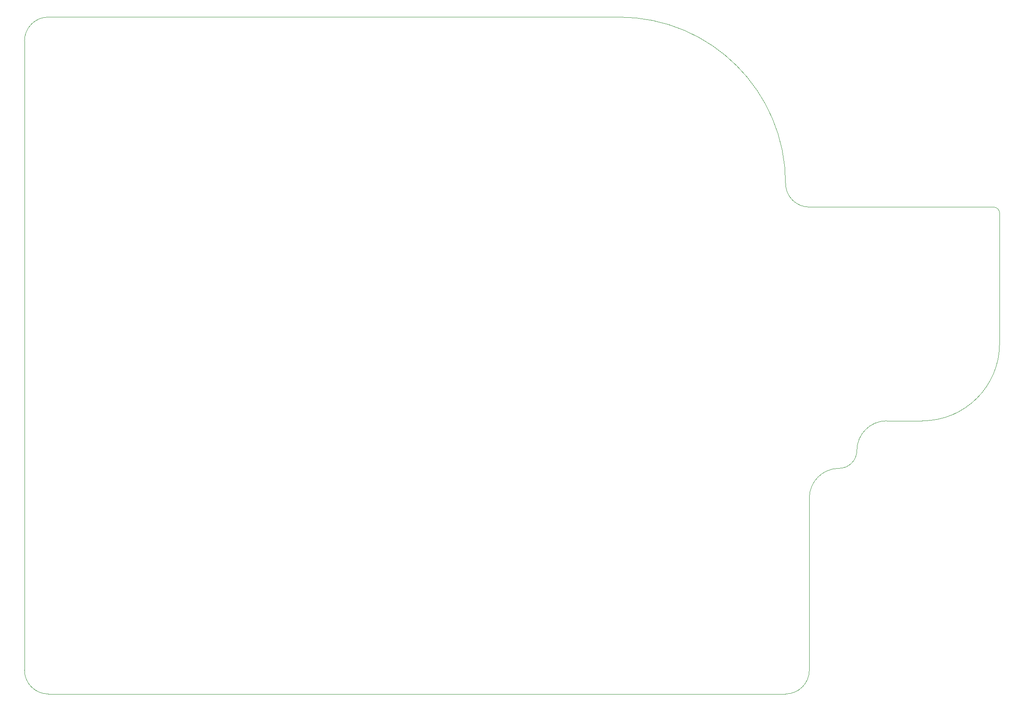
<source format=gbr>
%TF.GenerationSoftware,KiCad,Pcbnew,(5.1.4)-1*%
%TF.CreationDate,2021-04-07T12:38:03+03:00*%
%TF.ProjectId,SplitH,53706c69-7448-42e6-9b69-6361645f7063,rev?*%
%TF.SameCoordinates,Original*%
%TF.FileFunction,Profile,NP*%
%FSLAX46Y46*%
G04 Gerber Fmt 4.6, Leading zero omitted, Abs format (unit mm)*
G04 Created by KiCad (PCBNEW (5.1.4)-1) date 2021-04-07 12:38:03*
%MOMM*%
%LPD*%
G04 APERTURE LIST*
%ADD10C,0.050000*%
G04 APERTURE END LIST*
D10*
X130969300Y-11906300D02*
X127397410Y-11906300D01*
X169069460Y-50006460D02*
X205978990Y-50006460D01*
X169069460Y-50006460D02*
G75*
G02X164306940Y-45243940I0J4762520D01*
G01*
X130969300Y-11906300D02*
G75*
G02X164306940Y-45243940I0J-33337640D01*
G01*
X207169620Y-77390950D02*
X207169620Y-67865910D01*
X184547650Y-92869140D02*
X191691430Y-92869140D01*
X169069460Y-142875600D02*
X169069460Y-108347330D01*
X169069460Y-108347330D02*
G75*
G02X175022610Y-102394180I5953150J0D01*
G01*
X207169620Y-77390950D02*
G75*
G02X191691430Y-92869140I-15478190J0D01*
G01*
X178594500Y-98822290D02*
G75*
G02X184547650Y-92869140I5953150J0D01*
G01*
X178594500Y-98822290D02*
G75*
G02X175022610Y-102394180I-3571890J0D01*
G01*
X16668820Y-147638120D02*
X164306940Y-147638120D01*
X11906300Y-142875600D02*
X11906300Y-16668820D01*
X16668820Y-11906300D02*
X126206780Y-11906300D01*
X205978990Y-50006460D02*
G75*
G02X207169620Y-51197090I0J-1190630D01*
G01*
X11906300Y-16668820D02*
G75*
G02X16668820Y-11906300I4762520J0D01*
G01*
X16668820Y-147638120D02*
G75*
G02X11906300Y-142875600I0J4762520D01*
G01*
X169069460Y-142875600D02*
G75*
G02X164306940Y-147638120I-4762520J0D01*
G01*
X207169620Y-67865910D02*
X207169620Y-51197090D01*
X127397410Y-11906300D02*
X126206780Y-11906300D01*
M02*

</source>
